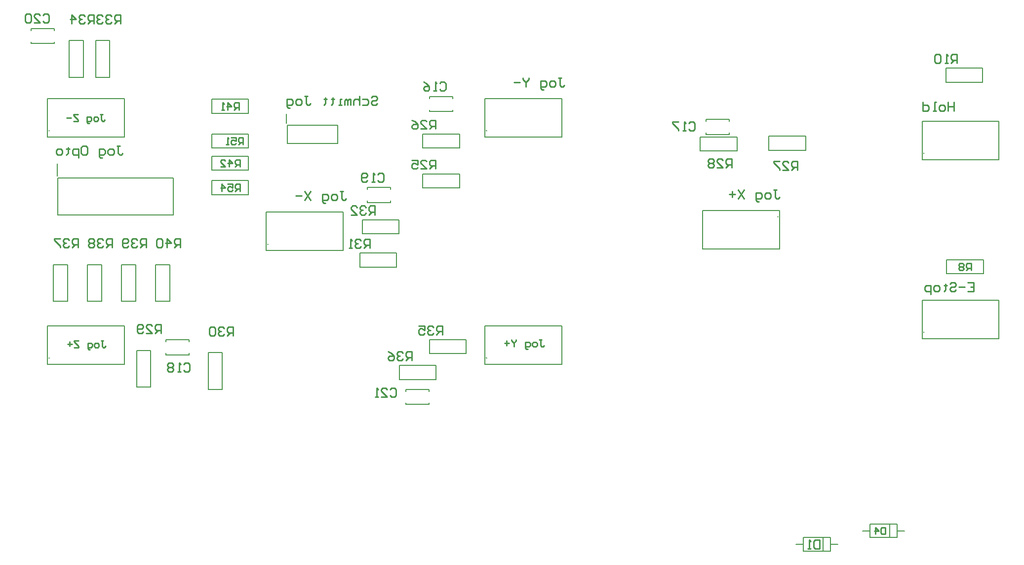
<source format=gbo>
G04*
G04 #@! TF.GenerationSoftware,Altium Limited,Altium Designer,24.2.2 (26)*
G04*
G04 Layer_Color=32896*
%FSLAX42Y42*%
%MOMM*%
G71*
G04*
G04 #@! TF.SameCoordinates,1B85D7C3-CB2C-498D-ACBB-91D5DC165851*
G04*
G04*
G04 #@! TF.FilePolarity,Positive*
G04*
G01*
G75*
%ADD12C,0.20*%
%ADD14C,0.25*%
D12*
X5500Y5744D02*
G03*
X5490Y5744I-5J0D01*
G01*
D02*
G03*
X5500Y5744I5J0D01*
G01*
D02*
G03*
X5490Y5744I-5J0D01*
G01*
X14239Y6219D02*
G03*
X14249Y6219I5J0D01*
G01*
D02*
G03*
X14239Y6219I-5J0D01*
G01*
D02*
G03*
X14249Y6219I5J0D01*
G01*
X9250Y7694D02*
G03*
X9240Y7694I-5J0D01*
G01*
D02*
G03*
X9250Y7694I5J0D01*
G01*
D02*
G03*
X9240Y7694I-5J0D01*
G01*
X9250Y3791D02*
G03*
X9240Y3791I-5J0D01*
G01*
D02*
G03*
X9250Y3791I5J0D01*
G01*
D02*
G03*
X9240Y3791I-5J0D01*
G01*
X1750Y7694D02*
G03*
X1740Y7694I-5J0D01*
G01*
D02*
G03*
X1750Y7694I5J0D01*
G01*
D02*
G03*
X1740Y7694I-5J0D01*
G01*
X1750Y3791D02*
G03*
X1740Y3791I-5J0D01*
G01*
D02*
G03*
X1750Y3791I5J0D01*
G01*
D02*
G03*
X1740Y3791I-5J0D01*
G01*
X16750Y4233D02*
G03*
X16740Y4233I-5J0D01*
G01*
D02*
G03*
X16750Y4233I5J0D01*
G01*
D02*
G03*
X16740Y4233I-5J0D01*
G01*
X16750Y7306D02*
G03*
X16740Y7306I-5J0D01*
G01*
D02*
G03*
X16750Y7306I5J0D01*
G01*
D02*
G03*
X16740Y7306I-5J0D01*
G01*
X14677Y714D02*
X15142D01*
Y479D02*
Y714D01*
X14677Y479D02*
X15142D01*
X14677D02*
Y714D01*
X14550Y597D02*
X14677D01*
X15142D02*
X15269D01*
X15015Y479D02*
Y714D01*
X15820Y943D02*
X16285D01*
Y708D02*
Y943D01*
X15820Y708D02*
X16285D01*
X15820D02*
Y943D01*
X15693Y826D02*
X15820D01*
X16285D02*
X16412D01*
X16158Y708D02*
Y943D01*
X5464Y6299D02*
X6785D01*
X5464Y5639D02*
Y5802D01*
X6785Y5639D02*
Y6299D01*
X5464Y5958D02*
Y5966D01*
Y6122D02*
Y6299D01*
Y5639D02*
X6785D01*
X5464Y5966D02*
Y6122D01*
Y5802D02*
Y5958D01*
X12954Y5664D02*
X14275D01*
Y6161D02*
Y6325D01*
X12954Y5664D02*
Y6325D01*
X14275Y5998D02*
Y6005D01*
Y5664D02*
Y5842D01*
X12954Y6325D02*
X14275D01*
Y5842D02*
Y5998D01*
Y6005D02*
Y6161D01*
X9214Y8249D02*
X10535D01*
X9214Y7589D02*
Y7752D01*
X10535Y7589D02*
Y8249D01*
X9214Y7908D02*
Y7916D01*
Y8071D02*
Y8249D01*
Y7589D02*
X10535D01*
X9214Y7916D02*
Y8071D01*
Y7752D02*
Y7908D01*
X9214Y4346D02*
X10535D01*
X9214Y3686D02*
Y3849D01*
X10535Y3686D02*
Y4346D01*
X9214Y4005D02*
Y4012D01*
Y4168D02*
Y4346D01*
Y3686D02*
X10535D01*
X9214Y4012D02*
Y4168D01*
Y3849D02*
Y4005D01*
X1714Y8249D02*
X3035D01*
X1714Y7589D02*
Y7752D01*
X3035Y7589D02*
Y8249D01*
X1714Y7908D02*
Y7916D01*
Y8071D02*
Y8249D01*
Y7589D02*
X3035D01*
X1714Y7916D02*
Y8071D01*
Y7752D02*
Y7908D01*
Y4346D02*
X3035D01*
X1714Y3686D02*
Y3849D01*
X3035Y3686D02*
Y4346D01*
X1714Y4005D02*
Y4012D01*
Y4168D02*
Y4346D01*
Y3686D02*
X3035D01*
X1714Y4012D02*
Y4168D01*
Y3849D02*
Y4005D01*
X13008Y7630D02*
Y7662D01*
Y7857D02*
Y7890D01*
X13408D01*
Y7630D02*
Y7662D01*
Y7857D02*
Y7890D01*
X13008Y7630D02*
X13408D01*
X17765Y5239D02*
Y5479D01*
X17135D02*
X17765D01*
X17135Y5239D02*
X17765D01*
X17135D02*
Y5479D01*
X4536Y7017D02*
Y7257D01*
Y7017D02*
X5166D01*
X4536Y7257D02*
X5166D01*
Y7017D02*
Y7257D01*
X4536Y7995D02*
Y8235D01*
Y7995D02*
X5166D01*
X4536Y8235D02*
X5166D01*
Y7995D02*
Y8235D01*
X4536Y7398D02*
Y7638D01*
Y7398D02*
X5166D01*
X4536Y7638D02*
X5166D01*
Y7398D02*
Y7638D01*
X4536Y6598D02*
Y6838D01*
Y6598D02*
X5166D01*
X4536Y6838D02*
X5166D01*
Y6598D02*
Y6838D01*
X16715Y4291D02*
Y4447D01*
Y4454D02*
Y4610D01*
Y4128D02*
X18035D01*
X16715Y4610D02*
Y4788D01*
Y4447D02*
Y4454D01*
X18035Y4128D02*
Y4788D01*
X16715Y4128D02*
Y4291D01*
Y4788D02*
X18035D01*
X16715Y7364D02*
Y7520D01*
Y7528D02*
Y7683D01*
Y7201D02*
X18035D01*
X16715Y7683D02*
Y7861D01*
Y7520D02*
Y7528D01*
X18035Y7201D02*
Y7861D01*
X16715Y7201D02*
Y7364D01*
Y7861D02*
X18035D01*
X14087Y7360D02*
Y7600D01*
Y7360D02*
X14717D01*
X14087Y7600D02*
X14717D01*
Y7360D02*
Y7600D01*
X12913Y7348D02*
Y7588D01*
Y7348D02*
X13543D01*
X12913Y7588D02*
X13543D01*
Y7348D02*
Y7588D01*
X4150Y4073D02*
Y4105D01*
Y3845D02*
Y3878D01*
X3750Y3845D02*
X4150D01*
X3750Y4073D02*
Y4105D01*
Y3845D02*
Y3878D01*
Y4105D02*
X4150D01*
X7864Y2994D02*
Y3027D01*
Y3222D02*
Y3254D01*
X8264D01*
Y2994D02*
Y3027D01*
Y3222D02*
Y3254D01*
X7864Y2994D02*
X8264D01*
X1838Y9419D02*
Y9452D01*
Y9192D02*
Y9224D01*
X1438Y9192D02*
X1838D01*
X1438Y9419D02*
Y9452D01*
Y9192D02*
Y9224D01*
Y9452D02*
X1838D01*
X2090Y8613D02*
X2330D01*
Y9243D01*
X2090Y8613D02*
Y9243D01*
X2330D01*
X2547Y8613D02*
X2787D01*
Y9243D01*
X2547Y8613D02*
Y9243D01*
X2787D01*
X7749Y3423D02*
Y3663D01*
Y3423D02*
X8380D01*
X7749Y3663D02*
X8380D01*
Y3423D02*
Y3663D01*
X8270Y3868D02*
Y4108D01*
Y3868D02*
X8900D01*
X8270Y4108D02*
X8900D01*
Y3868D02*
Y4108D01*
X5829Y7473D02*
Y7793D01*
Y7473D02*
X6694D01*
Y7793D01*
X5829D02*
X6694D01*
X5810Y7828D02*
Y7983D01*
X8668Y8251D02*
Y8283D01*
Y8023D02*
Y8056D01*
X8268Y8023D02*
X8668D01*
X8268Y8251D02*
Y8283D01*
Y8023D02*
Y8056D01*
Y8283D02*
X8668D01*
X8153Y7398D02*
Y7638D01*
Y7398D02*
X8783D01*
X8153Y7638D02*
X8783D01*
Y7398D02*
Y7638D01*
Y6713D02*
Y6953D01*
X8153D02*
X8783D01*
X8153Y6713D02*
X8783D01*
X8153D02*
Y6953D01*
X7745Y5925D02*
Y6165D01*
X7114D02*
X7745D01*
X7114Y5925D02*
X7745D01*
X7114D02*
Y6165D01*
X7076Y5354D02*
Y5594D01*
Y5354D02*
X7706D01*
X7076Y5594D02*
X7706D01*
Y5354D02*
Y5594D01*
X4477Y3254D02*
X4717D01*
Y3884D01*
X4477Y3254D02*
Y3884D01*
X4717D01*
X3573Y4765D02*
X3813D01*
Y5395D01*
X3573Y4765D02*
Y5395D01*
X3813D01*
X2988Y4765D02*
X3228D01*
Y5395D01*
X2988Y4765D02*
Y5395D01*
X3228D01*
X2404Y4765D02*
X2644D01*
Y5395D01*
X2404Y4765D02*
Y5395D01*
X2644D01*
X1820Y4765D02*
X2060D01*
Y5395D01*
X1820Y4765D02*
Y5395D01*
X2060D01*
X17122Y8529D02*
Y8769D01*
Y8529D02*
X17752D01*
X17122Y8769D02*
X17752D01*
Y8529D02*
Y8769D01*
X7604Y6689D02*
Y6721D01*
Y6461D02*
Y6494D01*
X7204Y6461D02*
X7604D01*
X7204Y6689D02*
Y6721D01*
Y6461D02*
Y6494D01*
Y6721D02*
X7604D01*
X3246Y3922D02*
X3485D01*
X3246Y3292D02*
Y3922D01*
X3485Y3292D02*
Y3922D01*
X3246Y3292D02*
X3485D01*
X1886Y6916D02*
Y7126D01*
X1891Y6881D02*
X3875D01*
Y6251D02*
Y6881D01*
X1891Y6251D02*
X3875D01*
X1891D02*
Y6881D01*
D14*
X14961Y673D02*
Y521D01*
X14884D01*
X14859Y546D01*
Y648D01*
X14884Y673D01*
X14961D01*
X14808Y521D02*
X14757D01*
X14783D01*
Y673D01*
X14808Y648D01*
X16081Y880D02*
Y771D01*
X16026D01*
X16008Y789D01*
Y862D01*
X16026Y880D01*
X16081D01*
X15916Y771D02*
Y880D01*
X15971Y826D01*
X15898D01*
X6734Y6652D02*
X6784D01*
X6759D01*
Y6525D01*
X6784Y6500D01*
X6810D01*
X6835Y6525D01*
X6657Y6500D02*
X6607D01*
X6581Y6525D01*
Y6576D01*
X6607Y6601D01*
X6657D01*
X6683Y6576D01*
Y6525D01*
X6657Y6500D01*
X6480Y6449D02*
X6454D01*
X6429Y6474D01*
Y6601D01*
X6505D01*
X6530Y6576D01*
Y6525D01*
X6505Y6500D01*
X6429D01*
X6226Y6652D02*
X6124Y6500D01*
Y6652D02*
X6226Y6500D01*
X6073Y6576D02*
X5972D01*
X14173Y6678D02*
X14224D01*
X14199D01*
Y6551D01*
X14224Y6525D01*
X14249D01*
X14275Y6551D01*
X14097Y6525D02*
X14046D01*
X14021Y6551D01*
Y6601D01*
X14046Y6627D01*
X14097D01*
X14122Y6601D01*
Y6551D01*
X14097Y6525D01*
X13919Y6474D02*
X13894D01*
X13869Y6500D01*
Y6627D01*
X13945D01*
X13970Y6601D01*
Y6551D01*
X13945Y6525D01*
X13869D01*
X13665Y6678D02*
X13564Y6525D01*
Y6678D02*
X13665Y6525D01*
X13513Y6601D02*
X13411D01*
X13462Y6652D02*
Y6551D01*
X10483Y8603D02*
X10533D01*
X10508D01*
Y8476D01*
X10533Y8451D01*
X10559D01*
X10584Y8476D01*
X10406Y8451D02*
X10356D01*
X10330Y8476D01*
Y8527D01*
X10356Y8552D01*
X10406D01*
X10432Y8527D01*
Y8476D01*
X10406Y8451D01*
X10229Y8400D02*
X10203D01*
X10178Y8425D01*
Y8552D01*
X10254D01*
X10279Y8527D01*
Y8476D01*
X10254Y8451D01*
X10178D01*
X9975Y8603D02*
Y8578D01*
X9924Y8527D01*
X9873Y8578D01*
Y8603D01*
X9924Y8527D02*
Y8451D01*
X9822Y8527D02*
X9721D01*
X10153Y4106D02*
X10193D01*
X10173D01*
Y4006D01*
X10193Y3986D01*
X10213D01*
X10233Y4006D01*
X10093Y3986D02*
X10053D01*
X10033Y4006D01*
Y4046D01*
X10053Y4066D01*
X10093D01*
X10113Y4046D01*
Y4006D01*
X10093Y3986D01*
X9953Y3946D02*
X9933D01*
X9913Y3966D01*
Y4066D01*
X9973D01*
X9993Y4046D01*
Y4006D01*
X9973Y3986D01*
X9913D01*
X9753Y4106D02*
Y4086D01*
X9713Y4046D01*
X9673Y4086D01*
Y4106D01*
X9713Y4046D02*
Y3986D01*
X9633Y4046D02*
X9553D01*
X9593Y4086D02*
Y4006D01*
X2624Y7976D02*
X2662D01*
X2643D01*
Y7880D01*
X2662Y7861D01*
X2681D01*
X2701Y7880D01*
X2567Y7861D02*
X2528D01*
X2509Y7880D01*
Y7919D01*
X2528Y7938D01*
X2567D01*
X2586Y7919D01*
Y7880D01*
X2567Y7861D01*
X2432Y7823D02*
X2413D01*
X2394Y7842D01*
Y7938D01*
X2452D01*
X2471Y7919D01*
Y7880D01*
X2452Y7861D01*
X2394D01*
X2241Y7976D02*
X2164D01*
Y7957D01*
X2241Y7880D01*
Y7861D01*
X2164D01*
X2126Y7919D02*
X2049D01*
X2637Y4090D02*
X2675D01*
X2656D01*
Y3994D01*
X2675Y3975D01*
X2694D01*
X2713Y3994D01*
X2579Y3975D02*
X2541D01*
X2522Y3994D01*
Y4032D01*
X2541Y4052D01*
X2579D01*
X2598Y4032D01*
Y3994D01*
X2579Y3975D01*
X2445Y3937D02*
X2426D01*
X2407Y3956D01*
Y4052D01*
X2464D01*
X2483Y4032D01*
Y3994D01*
X2464Y3975D01*
X2407D01*
X2253Y4090D02*
X2177D01*
Y4071D01*
X2253Y3994D01*
Y3975D01*
X2177D01*
X2139Y4032D02*
X2062D01*
X2100Y4071D02*
Y3994D01*
X17259Y8191D02*
Y8039D01*
Y8115D01*
X17158D01*
Y8191D01*
Y8039D01*
X17081D02*
X17031D01*
X17005Y8065D01*
Y8115D01*
X17031Y8141D01*
X17081D01*
X17107Y8115D01*
Y8065D01*
X17081Y8039D01*
X16955D02*
X16904D01*
X16929D01*
Y8191D01*
X16955D01*
X16726D02*
Y8039D01*
X16802D01*
X16828Y8065D01*
Y8115D01*
X16802Y8141D01*
X16726D01*
X17500Y5093D02*
X17602D01*
Y4940D01*
X17500D01*
X17602Y5016D02*
X17551D01*
X17450D02*
X17348D01*
X17196Y5067D02*
X17221Y5093D01*
X17272D01*
X17297Y5067D01*
Y5042D01*
X17272Y5016D01*
X17221D01*
X17196Y4991D01*
Y4966D01*
X17221Y4940D01*
X17272D01*
X17297Y4966D01*
X17120Y5067D02*
Y5042D01*
X17145D01*
X17094D01*
X17120D01*
Y4966D01*
X17094Y4940D01*
X16993D02*
X16942D01*
X16916Y4966D01*
Y5016D01*
X16942Y5042D01*
X16993D01*
X17018Y5016D01*
Y4966D01*
X16993Y4940D01*
X16866Y4890D02*
Y5042D01*
X16790D01*
X16764Y5016D01*
Y4966D01*
X16790Y4940D01*
X16866D01*
X7270Y8265D02*
X7295Y8291D01*
X7346D01*
X7371Y8265D01*
Y8240D01*
X7346Y8214D01*
X7295D01*
X7270Y8189D01*
Y8164D01*
X7295Y8138D01*
X7346D01*
X7371Y8164D01*
X7117Y8240D02*
X7193D01*
X7219Y8214D01*
Y8164D01*
X7193Y8138D01*
X7117D01*
X7066Y8291D02*
Y8138D01*
Y8214D01*
X7041Y8240D01*
X6990D01*
X6965Y8214D01*
Y8138D01*
X6914D02*
Y8240D01*
X6889D01*
X6863Y8214D01*
Y8138D01*
Y8214D01*
X6838Y8240D01*
X6812Y8214D01*
Y8138D01*
X6762D02*
X6711D01*
X6736D01*
Y8240D01*
X6762D01*
X6609Y8265D02*
Y8240D01*
X6635D01*
X6584D01*
X6609D01*
Y8164D01*
X6584Y8138D01*
X6482Y8265D02*
Y8240D01*
X6508D01*
X6457D01*
X6482D01*
Y8164D01*
X6457Y8138D01*
X6127Y8291D02*
X6178D01*
X6152D01*
Y8164D01*
X6178Y8138D01*
X6203D01*
X6228Y8164D01*
X6051Y8138D02*
X6000D01*
X5975Y8164D01*
Y8214D01*
X6000Y8240D01*
X6051D01*
X6076Y8214D01*
Y8164D01*
X6051Y8138D01*
X5873Y8087D02*
X5848D01*
X5822Y8113D01*
Y8240D01*
X5898D01*
X5924Y8214D01*
Y8164D01*
X5898Y8138D01*
X5822D01*
X5018Y6656D02*
Y6781D01*
X4956D01*
X4935Y6760D01*
Y6718D01*
X4956Y6697D01*
X5018D01*
X4976D02*
X4935Y6656D01*
X4810Y6781D02*
X4893D01*
Y6718D01*
X4851Y6739D01*
X4831D01*
X4810Y6718D01*
Y6677D01*
X4831Y6656D01*
X4872D01*
X4893Y6677D01*
X4706Y6656D02*
Y6781D01*
X4768Y6718D01*
X4685D01*
X5073Y7456D02*
Y7581D01*
X5011D01*
X4990Y7560D01*
Y7518D01*
X5011Y7498D01*
X5073D01*
X5032D02*
X4990Y7456D01*
X4865Y7581D02*
X4948D01*
Y7518D01*
X4907Y7539D01*
X4886D01*
X4865Y7518D01*
Y7477D01*
X4886Y7456D01*
X4928D01*
X4948Y7477D01*
X4823Y7456D02*
X4782D01*
X4803D01*
Y7581D01*
X4823Y7560D01*
X5018Y7075D02*
Y7200D01*
X4956D01*
X4935Y7179D01*
Y7137D01*
X4956Y7117D01*
X5018D01*
X4976D02*
X4935Y7075D01*
X4831D02*
Y7200D01*
X4893Y7137D01*
X4810D01*
X4685Y7075D02*
X4768D01*
X4685Y7158D01*
Y7179D01*
X4706Y7200D01*
X4747D01*
X4768Y7179D01*
X4997Y8053D02*
Y8178D01*
X4935D01*
X4914Y8157D01*
Y8115D01*
X4935Y8094D01*
X4997D01*
X4956D02*
X4914Y8053D01*
X4810D02*
Y8178D01*
X4872Y8115D01*
X4789D01*
X4747Y8053D02*
X4706D01*
X4726D01*
Y8178D01*
X4747Y8157D01*
X3993Y5687D02*
Y5839D01*
X3917D01*
X3891Y5814D01*
Y5763D01*
X3917Y5738D01*
X3993D01*
X3942D02*
X3891Y5687D01*
X3764D02*
Y5839D01*
X3841Y5763D01*
X3739D01*
X3688Y5814D02*
X3663Y5839D01*
X3612D01*
X3587Y5814D01*
Y5712D01*
X3612Y5687D01*
X3663D01*
X3688Y5712D01*
Y5814D01*
X3409Y5687D02*
Y5839D01*
X3333D01*
X3307Y5814D01*
Y5763D01*
X3333Y5738D01*
X3409D01*
X3358D02*
X3307Y5687D01*
X3256Y5814D02*
X3231Y5839D01*
X3180D01*
X3155Y5814D01*
Y5789D01*
X3180Y5763D01*
X3206D01*
X3180D01*
X3155Y5738D01*
Y5712D01*
X3180Y5687D01*
X3231D01*
X3256Y5712D01*
X3104D02*
X3079Y5687D01*
X3028D01*
X3002Y5712D01*
Y5814D01*
X3028Y5839D01*
X3079D01*
X3104Y5814D01*
Y5789D01*
X3079Y5763D01*
X3002D01*
X2824Y5687D02*
Y5839D01*
X2748D01*
X2723Y5814D01*
Y5763D01*
X2748Y5738D01*
X2824D01*
X2774D02*
X2723Y5687D01*
X2672Y5814D02*
X2647Y5839D01*
X2596D01*
X2571Y5814D01*
Y5789D01*
X2596Y5763D01*
X2621D01*
X2596D01*
X2571Y5738D01*
Y5712D01*
X2596Y5687D01*
X2647D01*
X2672Y5712D01*
X2520Y5814D02*
X2494Y5839D01*
X2444D01*
X2418Y5814D01*
Y5789D01*
X2444Y5763D01*
X2418Y5738D01*
Y5712D01*
X2444Y5687D01*
X2494D01*
X2520Y5712D01*
Y5738D01*
X2494Y5763D01*
X2520Y5789D01*
Y5814D01*
X2494Y5763D02*
X2444D01*
X2240Y5687D02*
Y5839D01*
X2164D01*
X2139Y5814D01*
Y5763D01*
X2164Y5738D01*
X2240D01*
X2189D02*
X2139Y5687D01*
X2088Y5814D02*
X2063Y5839D01*
X2012D01*
X1986Y5814D01*
Y5789D01*
X2012Y5763D01*
X2037D01*
X2012D01*
X1986Y5738D01*
Y5712D01*
X2012Y5687D01*
X2063D01*
X2088Y5712D01*
X1936Y5839D02*
X1834D01*
Y5814D01*
X1936Y5712D01*
Y5687D01*
X7965Y3752D02*
Y3904D01*
X7889D01*
X7864Y3879D01*
Y3828D01*
X7889Y3802D01*
X7965D01*
X7915D02*
X7864Y3752D01*
X7813Y3879D02*
X7788Y3904D01*
X7737D01*
X7712Y3879D01*
Y3853D01*
X7737Y3828D01*
X7762D01*
X7737D01*
X7712Y3802D01*
Y3777D01*
X7737Y3752D01*
X7788D01*
X7813Y3777D01*
X7559Y3904D02*
X7610Y3879D01*
X7661Y3828D01*
Y3777D01*
X7635Y3752D01*
X7585D01*
X7559Y3777D01*
Y3802D01*
X7585Y3828D01*
X7661D01*
X8486Y4196D02*
Y4348D01*
X8410D01*
X8385Y4323D01*
Y4272D01*
X8410Y4247D01*
X8486D01*
X8435D02*
X8385Y4196D01*
X8334Y4323D02*
X8308Y4348D01*
X8258D01*
X8232Y4323D01*
Y4298D01*
X8258Y4272D01*
X8283D01*
X8258D01*
X8232Y4247D01*
Y4221D01*
X8258Y4196D01*
X8308D01*
X8334Y4221D01*
X8080Y4348D02*
X8181D01*
Y4272D01*
X8131Y4298D01*
X8105D01*
X8080Y4272D01*
Y4221D01*
X8105Y4196D01*
X8156D01*
X8181Y4221D01*
X2510Y9535D02*
Y9688D01*
X2433D01*
X2408Y9662D01*
Y9611D01*
X2433Y9586D01*
X2510D01*
X2459D02*
X2408Y9535D01*
X2357Y9662D02*
X2332Y9688D01*
X2281D01*
X2256Y9662D01*
Y9637D01*
X2281Y9611D01*
X2306D01*
X2281D01*
X2256Y9586D01*
Y9561D01*
X2281Y9535D01*
X2332D01*
X2357Y9561D01*
X2129Y9535D02*
Y9688D01*
X2205Y9611D01*
X2103D01*
X2967Y9535D02*
Y9688D01*
X2891D01*
X2865Y9662D01*
Y9611D01*
X2891Y9586D01*
X2967D01*
X2916D02*
X2865Y9535D01*
X2814Y9662D02*
X2789Y9688D01*
X2738D01*
X2713Y9662D01*
Y9637D01*
X2738Y9611D01*
X2764D01*
X2738D01*
X2713Y9586D01*
Y9561D01*
X2738Y9535D01*
X2789D01*
X2814Y9561D01*
X2662Y9662D02*
X2637Y9688D01*
X2586D01*
X2560Y9662D01*
Y9637D01*
X2586Y9611D01*
X2611D01*
X2586D01*
X2560Y9586D01*
Y9561D01*
X2586Y9535D01*
X2637D01*
X2662Y9561D01*
X7330Y6253D02*
Y6406D01*
X7254D01*
X7229Y6380D01*
Y6330D01*
X7254Y6304D01*
X7330D01*
X7280D02*
X7229Y6253D01*
X7178Y6380D02*
X7153Y6406D01*
X7102D01*
X7077Y6380D01*
Y6355D01*
X7102Y6330D01*
X7127D01*
X7102D01*
X7077Y6304D01*
Y6279D01*
X7102Y6253D01*
X7153D01*
X7178Y6279D01*
X6924Y6253D02*
X7026D01*
X6924Y6355D01*
Y6380D01*
X6950Y6406D01*
X7000D01*
X7026Y6380D01*
X7242Y5682D02*
Y5834D01*
X7165D01*
X7140Y5809D01*
Y5758D01*
X7165Y5733D01*
X7242D01*
X7191D02*
X7140Y5682D01*
X7089Y5809D02*
X7064Y5834D01*
X7013D01*
X6988Y5809D01*
Y5784D01*
X7013Y5758D01*
X7038D01*
X7013D01*
X6988Y5733D01*
Y5707D01*
X7013Y5682D01*
X7064D01*
X7089Y5707D01*
X6937Y5682D02*
X6886D01*
X6911D01*
Y5834D01*
X6937Y5809D01*
X4897Y4176D02*
Y4328D01*
X4821D01*
X4796Y4303D01*
Y4252D01*
X4821Y4227D01*
X4897D01*
X4846D02*
X4796Y4176D01*
X4745Y4303D02*
X4719Y4328D01*
X4669D01*
X4643Y4303D01*
Y4277D01*
X4669Y4252D01*
X4694D01*
X4669D01*
X4643Y4227D01*
Y4201D01*
X4669Y4176D01*
X4719D01*
X4745Y4201D01*
X4592Y4303D02*
X4567Y4328D01*
X4516D01*
X4491Y4303D01*
Y4201D01*
X4516Y4176D01*
X4567D01*
X4592Y4201D01*
Y4303D01*
X3665Y4214D02*
Y4366D01*
X3589D01*
X3564Y4341D01*
Y4290D01*
X3589Y4265D01*
X3665D01*
X3614D02*
X3564Y4214D01*
X3411D02*
X3513D01*
X3411Y4315D01*
Y4341D01*
X3437Y4366D01*
X3487D01*
X3513Y4341D01*
X3361Y4239D02*
X3335Y4214D01*
X3284D01*
X3259Y4239D01*
Y4341D01*
X3284Y4366D01*
X3335D01*
X3361Y4341D01*
Y4315D01*
X3335Y4290D01*
X3259D01*
X13449Y7061D02*
Y7214D01*
X13373D01*
X13348Y7188D01*
Y7137D01*
X13373Y7112D01*
X13449D01*
X13398D02*
X13348Y7061D01*
X13195D02*
X13297D01*
X13195Y7163D01*
Y7188D01*
X13221Y7214D01*
X13271D01*
X13297Y7188D01*
X13145D02*
X13119Y7214D01*
X13068D01*
X13043Y7188D01*
Y7163D01*
X13068Y7137D01*
X13043Y7112D01*
Y7087D01*
X13068Y7061D01*
X13119D01*
X13145Y7087D01*
Y7112D01*
X13119Y7137D01*
X13145Y7163D01*
Y7188D01*
X13119Y7137D02*
X13068D01*
X14580Y7023D02*
Y7175D01*
X14503D01*
X14478Y7150D01*
Y7099D01*
X14503Y7074D01*
X14580D01*
X14529D02*
X14478Y7023D01*
X14326D02*
X14427D01*
X14326Y7125D01*
Y7150D01*
X14351Y7175D01*
X14402D01*
X14427Y7150D01*
X14275Y7175D02*
X14173D01*
Y7150D01*
X14275Y7049D01*
Y7023D01*
X8369Y7727D02*
Y7879D01*
X8293D01*
X8268Y7854D01*
Y7803D01*
X8293Y7777D01*
X8369D01*
X8319D02*
X8268Y7727D01*
X8115D02*
X8217D01*
X8115Y7828D01*
Y7854D01*
X8141Y7879D01*
X8192D01*
X8217Y7854D01*
X7963Y7879D02*
X8014Y7854D01*
X8065Y7803D01*
Y7752D01*
X8039Y7727D01*
X7988D01*
X7963Y7752D01*
Y7777D01*
X7988Y7803D01*
X8065D01*
X8369Y7041D02*
Y7193D01*
X8293D01*
X8268Y7168D01*
Y7117D01*
X8293Y7092D01*
X8369D01*
X8319D02*
X8268Y7041D01*
X8115D02*
X8217D01*
X8115Y7142D01*
Y7168D01*
X8141Y7193D01*
X8192D01*
X8217Y7168D01*
X7963Y7193D02*
X8065D01*
Y7117D01*
X8014Y7142D01*
X7988D01*
X7963Y7117D01*
Y7066D01*
X7988Y7041D01*
X8039D01*
X8065Y7066D01*
X17313Y8857D02*
Y9009D01*
X17236D01*
X17211Y8984D01*
Y8933D01*
X17236Y8908D01*
X17313D01*
X17262D02*
X17211Y8857D01*
X17160D02*
X17110D01*
X17135D01*
Y9009D01*
X17160Y8984D01*
X17033D02*
X17008Y9009D01*
X16957D01*
X16932Y8984D01*
Y8882D01*
X16957Y8857D01*
X17008D01*
X17033Y8882D01*
Y8984D01*
X17554Y5297D02*
Y5422D01*
X17491D01*
X17471Y5401D01*
Y5359D01*
X17491Y5339D01*
X17554D01*
X17512D02*
X17471Y5297D01*
X17429Y5401D02*
X17408Y5422D01*
X17366D01*
X17346Y5401D01*
Y5380D01*
X17366Y5359D01*
X17346Y5339D01*
Y5318D01*
X17366Y5297D01*
X17408D01*
X17429Y5318D01*
Y5339D01*
X17408Y5359D01*
X17429Y5380D01*
Y5401D01*
X17408Y5359D02*
X17366D01*
X2906Y7432D02*
X2957D01*
X2931D01*
Y7305D01*
X2957Y7280D01*
X2982D01*
X3007Y7305D01*
X2830Y7280D02*
X2779D01*
X2753Y7305D01*
Y7356D01*
X2779Y7381D01*
X2830D01*
X2855Y7356D01*
Y7305D01*
X2830Y7280D01*
X2652Y7229D02*
X2626D01*
X2601Y7254D01*
Y7381D01*
X2677D01*
X2703Y7356D01*
Y7305D01*
X2677Y7280D01*
X2601D01*
X2322Y7432D02*
X2373D01*
X2398Y7407D01*
Y7305D01*
X2373Y7280D01*
X2322D01*
X2296Y7305D01*
Y7407D01*
X2322Y7432D01*
X2246Y7229D02*
Y7381D01*
X2169D01*
X2144Y7356D01*
Y7305D01*
X2169Y7280D01*
X2246D01*
X2068Y7407D02*
Y7381D01*
X2093D01*
X2042D01*
X2068D01*
Y7305D01*
X2042Y7280D01*
X1941D02*
X1890D01*
X1865Y7305D01*
Y7356D01*
X1890Y7381D01*
X1941D01*
X1966Y7356D01*
Y7305D01*
X1941Y7280D01*
X7595Y3251D02*
X7620Y3277D01*
X7671D01*
X7696Y3251D01*
Y3150D01*
X7671Y3124D01*
X7620D01*
X7595Y3150D01*
X7442Y3124D02*
X7544D01*
X7442Y3226D01*
Y3251D01*
X7468Y3277D01*
X7518D01*
X7544Y3251D01*
X7391Y3124D02*
X7341D01*
X7366D01*
Y3277D01*
X7391Y3251D01*
X1638Y9675D02*
X1664Y9700D01*
X1715D01*
X1740Y9675D01*
Y9573D01*
X1715Y9548D01*
X1664D01*
X1638Y9573D01*
X1486Y9548D02*
X1588D01*
X1486Y9649D01*
Y9675D01*
X1511Y9700D01*
X1562D01*
X1588Y9675D01*
X1435D02*
X1410Y9700D01*
X1359D01*
X1334Y9675D01*
Y9573D01*
X1359Y9548D01*
X1410D01*
X1435Y9573D01*
Y9675D01*
X7379Y6944D02*
X7404Y6970D01*
X7455D01*
X7480Y6944D01*
Y6843D01*
X7455Y6817D01*
X7404D01*
X7379Y6843D01*
X7328Y6817D02*
X7277D01*
X7303D01*
Y6970D01*
X7328Y6944D01*
X7201Y6843D02*
X7176Y6817D01*
X7125D01*
X7099Y6843D01*
Y6944D01*
X7125Y6970D01*
X7176D01*
X7201Y6944D01*
Y6919D01*
X7176Y6894D01*
X7099D01*
X4051Y3683D02*
X4077Y3708D01*
X4127D01*
X4153Y3683D01*
Y3581D01*
X4127Y3556D01*
X4077D01*
X4051Y3581D01*
X4000Y3556D02*
X3950D01*
X3975D01*
Y3708D01*
X4000Y3683D01*
X3874D02*
X3848Y3708D01*
X3797D01*
X3772Y3683D01*
Y3658D01*
X3797Y3632D01*
X3772Y3607D01*
Y3581D01*
X3797Y3556D01*
X3848D01*
X3874Y3581D01*
Y3607D01*
X3848Y3632D01*
X3874Y3658D01*
Y3683D01*
X3848Y3632D02*
X3797D01*
X12713Y7823D02*
X12738Y7849D01*
X12789D01*
X12814Y7823D01*
Y7722D01*
X12789Y7696D01*
X12738D01*
X12713Y7722D01*
X12662Y7696D02*
X12611D01*
X12636D01*
Y7849D01*
X12662Y7823D01*
X12535Y7849D02*
X12433D01*
Y7823D01*
X12535Y7722D01*
Y7696D01*
X8443Y8506D02*
X8468Y8532D01*
X8519D01*
X8545Y8506D01*
Y8405D01*
X8519Y8379D01*
X8468D01*
X8443Y8405D01*
X8392Y8379D02*
X8341D01*
X8367D01*
Y8532D01*
X8392Y8506D01*
X8164Y8532D02*
X8214Y8506D01*
X8265Y8456D01*
Y8405D01*
X8240Y8379D01*
X8189D01*
X8164Y8405D01*
Y8430D01*
X8189Y8456D01*
X8265D01*
M02*

</source>
